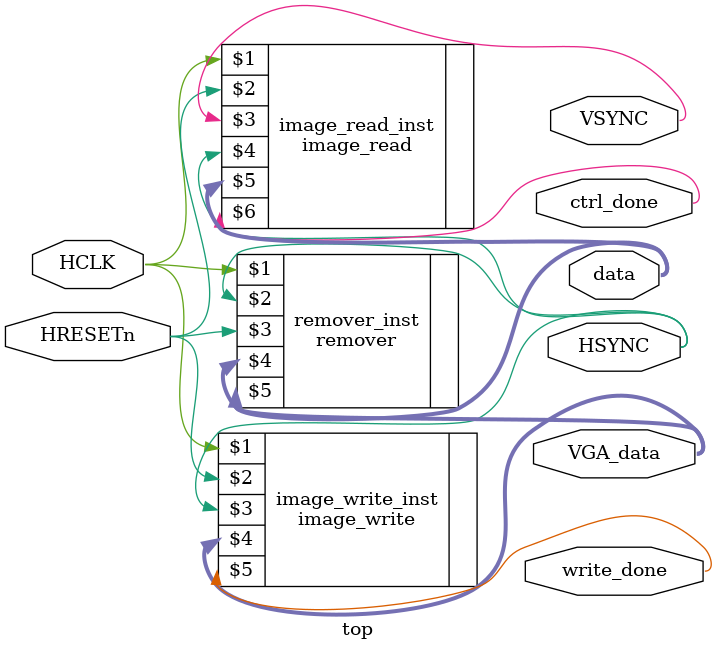
<source format=v>
module top (
    input HCLK,
    input HRESETn,
    output VSYNC,
    output HSYNC,
    output [7:0] data,
    output [7:0] VGA_data,
    output ctrl_done,
    output write_done
);
    image_read image_read_inst(HCLK,HRESETn,VSYNC,HSYNC,data,ctrl_done);
    remover remover_inst(HCLK,HSYNC,HRESETn,data,VGA_data);
    image_write image_write_inst(HCLK,HRESETn,HSYNC,VGA_data,write_done);

endmodule
</source>
